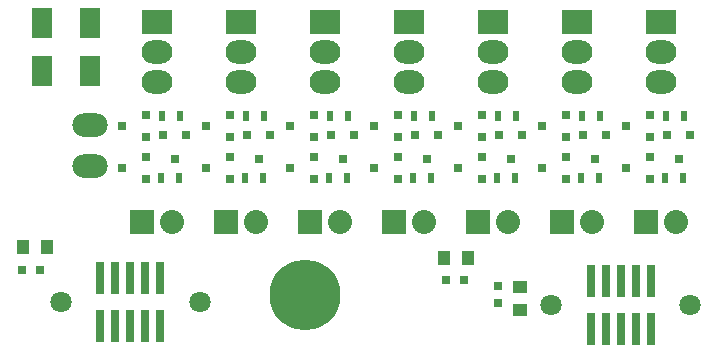
<source format=gts>
G04 #@! TF.FileFunction,Soldermask,Top*
%FSLAX46Y46*%
G04 Gerber Fmt 4.6, Leading zero omitted, Abs format (unit mm)*
G04 Created by KiCad (PCBNEW 4.0.1-stable) date 2016-06-28 03:14:43*
%MOMM*%
G01*
G04 APERTURE LIST*
%ADD10C,0.100000*%
%ADD11O,3.000000X2.000000*%
%ADD12C,1.800000*%
%ADD13R,0.740000X2.795000*%
%ADD14R,2.600000X2.000000*%
%ADD15O,2.600000X2.000000*%
%ADD16R,0.800000X0.750000*%
%ADD17R,1.000000X1.250000*%
%ADD18R,1.800860X2.499360*%
%ADD19R,2.032000X2.032000*%
%ADD20O,2.032000X2.032000*%
%ADD21R,0.800100X0.800100*%
%ADD22R,0.500000X0.900000*%
%ADD23R,0.750000X0.800000*%
%ADD24R,1.250000X1.000000*%
%ADD25C,6.000000*%
G04 APERTURE END LIST*
D10*
D11*
X114969500Y-103413500D03*
X114969500Y-99913500D03*
D12*
X112496500Y-114935000D03*
X124231500Y-114935000D03*
D13*
X115824000Y-116967500D03*
X115824000Y-112902500D03*
X117094000Y-116967500D03*
X117094000Y-112902500D03*
X118364000Y-116967500D03*
X118364000Y-112902500D03*
X119634000Y-116967500D03*
X119634000Y-112902500D03*
X120904000Y-116967500D03*
X120904000Y-112902500D03*
D14*
X127698500Y-91249500D03*
D15*
X127698500Y-93789500D03*
X127698500Y-96329500D03*
D16*
X109180500Y-112204500D03*
X110680500Y-112204500D03*
D17*
X109299500Y-110299500D03*
X111299500Y-110299500D03*
D16*
X145134900Y-113093500D03*
X146634900Y-113093500D03*
D17*
X144939000Y-111188500D03*
X146939000Y-111188500D03*
D18*
X114935000Y-91346020D03*
X114935000Y-95343980D03*
X110853220Y-91346020D03*
X110853220Y-95343980D03*
D19*
X161988500Y-108140500D03*
D20*
X164528500Y-108140500D03*
D19*
X154876500Y-108140500D03*
D20*
X157416500Y-108140500D03*
D19*
X147764500Y-108140500D03*
D20*
X150304500Y-108140500D03*
D19*
X140652500Y-108140500D03*
D20*
X143192500Y-108140500D03*
D19*
X133540500Y-108140500D03*
D20*
X136080500Y-108140500D03*
D19*
X126428500Y-108140500D03*
D20*
X128968500Y-108140500D03*
D19*
X119316500Y-108140500D03*
D20*
X121856500Y-108140500D03*
D14*
X120586500Y-91249500D03*
D15*
X120586500Y-93789500D03*
X120586500Y-96329500D03*
D21*
X165732500Y-100807520D03*
X163832500Y-100807520D03*
X164782500Y-102806500D03*
X158620500Y-100807520D03*
X156720500Y-100807520D03*
X157670500Y-102806500D03*
X151508500Y-100807520D03*
X149608500Y-100807520D03*
X150558500Y-102806500D03*
X144396500Y-100807520D03*
X142496500Y-100807520D03*
X143446500Y-102806500D03*
X162354260Y-104518500D03*
X162354260Y-102618500D03*
X160355280Y-103568500D03*
X162354260Y-100962500D03*
X162354260Y-99062500D03*
X160355280Y-100012500D03*
X155242260Y-104518500D03*
X155242260Y-102618500D03*
X153243280Y-103568500D03*
X155242260Y-100962500D03*
X155242260Y-99062500D03*
X153243280Y-100012500D03*
X148130260Y-104518500D03*
X148130260Y-102618500D03*
X146131280Y-103568500D03*
X148145500Y-100965000D03*
X148145500Y-99065000D03*
X146146520Y-100015000D03*
X141018260Y-104518500D03*
X141018260Y-102618500D03*
X139019280Y-103568500D03*
X141033500Y-100965000D03*
X141033500Y-99065000D03*
X139034520Y-100015000D03*
X137284500Y-100807520D03*
X135384500Y-100807520D03*
X136334500Y-102806500D03*
X130172500Y-100807520D03*
X128272500Y-100807520D03*
X129222500Y-102806500D03*
X123060500Y-100807520D03*
X121160500Y-100807520D03*
X122110500Y-102806500D03*
X133906260Y-104518500D03*
X133906260Y-102618500D03*
X131907280Y-103568500D03*
X133921500Y-100960000D03*
X133921500Y-99060000D03*
X131922520Y-100010000D03*
X126794260Y-104518500D03*
X126794260Y-102618500D03*
X124795280Y-103568500D03*
X126809500Y-100960000D03*
X126809500Y-99060000D03*
X124810520Y-100010000D03*
X119682260Y-104518500D03*
X119682260Y-102618500D03*
X117683280Y-103568500D03*
X119697500Y-100960000D03*
X119697500Y-99060000D03*
X117698520Y-100010000D03*
D22*
X163651500Y-104394000D03*
X165151500Y-104394000D03*
X165215000Y-99187000D03*
X163715000Y-99187000D03*
X158103000Y-99187000D03*
X156603000Y-99187000D03*
X150991000Y-99187000D03*
X149491000Y-99187000D03*
X143879000Y-99187000D03*
X142379000Y-99187000D03*
X156539500Y-104394000D03*
X158039500Y-104394000D03*
X149427500Y-104394000D03*
X150927500Y-104394000D03*
X142315500Y-104394000D03*
X143815500Y-104394000D03*
X136767000Y-99187000D03*
X135267000Y-99187000D03*
X129655000Y-99187000D03*
X128155000Y-99187000D03*
X122543000Y-99187000D03*
X121043000Y-99187000D03*
X135203500Y-104394000D03*
X136703500Y-104394000D03*
X128091500Y-104394000D03*
X129591500Y-104394000D03*
X120979500Y-104394000D03*
X122479500Y-104394000D03*
D23*
X149491700Y-113537300D03*
X149491700Y-115037300D03*
D24*
X151320500Y-113642900D03*
X151320500Y-115642900D03*
D14*
X134810500Y-91249500D03*
D15*
X134810500Y-93789500D03*
X134810500Y-96329500D03*
D14*
X141922500Y-91249500D03*
D15*
X141922500Y-93789500D03*
X141922500Y-96329500D03*
D14*
X163258500Y-91249500D03*
D15*
X163258500Y-93789500D03*
X163258500Y-96329500D03*
D14*
X156146500Y-91249500D03*
D15*
X156146500Y-93789500D03*
X156146500Y-96329500D03*
D14*
X149034500Y-91249500D03*
D15*
X149034500Y-93789500D03*
X149034500Y-96329500D03*
D25*
X133140500Y-114344500D03*
D12*
X154025500Y-115188500D03*
X165760500Y-115188500D03*
D13*
X157353000Y-117221000D03*
X157353000Y-113156000D03*
X158623000Y-117221000D03*
X158623000Y-113156000D03*
X159893000Y-117221000D03*
X159893000Y-113156000D03*
X161163000Y-117221000D03*
X161163000Y-113156000D03*
X162433000Y-117221000D03*
X162433000Y-113156000D03*
M02*

</source>
